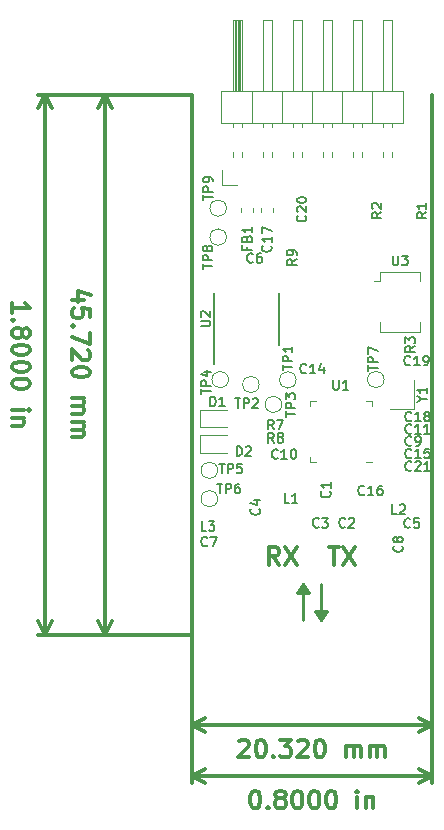
<source format=gbr>
G04 #@! TF.GenerationSoftware,KiCad,Pcbnew,5.1.5-52549c5~84~ubuntu18.04.1*
G04 #@! TF.CreationDate,2020-01-04T20:43:16+00:00*
G04 #@! TF.ProjectId,SX1257_pmod,53583132-3537-45f7-906d-6f642e6b6963,rev?*
G04 #@! TF.SameCoordinates,Original*
G04 #@! TF.FileFunction,Legend,Top*
G04 #@! TF.FilePolarity,Positive*
%FSLAX46Y46*%
G04 Gerber Fmt 4.6, Leading zero omitted, Abs format (unit mm)*
G04 Created by KiCad (PCBNEW 5.1.5-52549c5~84~ubuntu18.04.1) date 2020-01-04 20:43:16*
%MOMM*%
%LPD*%
G04 APERTURE LIST*
%ADD10C,0.254000*%
%ADD11C,0.300000*%
%ADD12C,0.120000*%
%ADD13C,0.150000*%
G04 APERTURE END LIST*
D10*
X125222000Y-67310000D02*
X125730000Y-66548000D01*
X125222000Y-67310000D02*
X125222000Y-64262000D01*
X124968000Y-66548000D02*
X125222000Y-67310000D01*
X124714000Y-66548000D02*
X125222000Y-67310000D01*
X125730000Y-66548000D02*
X124714000Y-66548000D01*
X125222000Y-67310000D02*
X125476000Y-66548000D01*
X125476000Y-66548000D02*
X124968000Y-66548000D01*
X123952000Y-65024000D02*
X123698000Y-64262000D01*
X123444000Y-65024000D02*
X123952000Y-65024000D01*
X123698000Y-64262000D02*
X123444000Y-65024000D01*
X124206000Y-65024000D02*
X123698000Y-64262000D01*
X123190000Y-65024000D02*
X124206000Y-65024000D01*
X123698000Y-64262000D02*
X123190000Y-65024000D01*
X123698000Y-64262000D02*
X123698000Y-67310000D01*
D11*
X121670000Y-62654571D02*
X121170000Y-61940285D01*
X120812857Y-62654571D02*
X120812857Y-61154571D01*
X121384285Y-61154571D01*
X121527142Y-61226000D01*
X121598571Y-61297428D01*
X121670000Y-61440285D01*
X121670000Y-61654571D01*
X121598571Y-61797428D01*
X121527142Y-61868857D01*
X121384285Y-61940285D01*
X120812857Y-61940285D01*
X122170000Y-61154571D02*
X123170000Y-62654571D01*
X123170000Y-61154571D02*
X122170000Y-62654571D01*
X125857142Y-61154571D02*
X126714285Y-61154571D01*
X126285714Y-62654571D02*
X126285714Y-61154571D01*
X127071428Y-61154571D02*
X128071428Y-62654571D01*
X128071428Y-61154571D02*
X127071428Y-62654571D01*
X118245714Y-77621428D02*
X118317142Y-77550000D01*
X118460000Y-77478571D01*
X118817142Y-77478571D01*
X118960000Y-77550000D01*
X119031428Y-77621428D01*
X119102857Y-77764285D01*
X119102857Y-77907142D01*
X119031428Y-78121428D01*
X118174285Y-78978571D01*
X119102857Y-78978571D01*
X120031428Y-77478571D02*
X120174285Y-77478571D01*
X120317142Y-77550000D01*
X120388571Y-77621428D01*
X120460000Y-77764285D01*
X120531428Y-78050000D01*
X120531428Y-78407142D01*
X120460000Y-78692857D01*
X120388571Y-78835714D01*
X120317142Y-78907142D01*
X120174285Y-78978571D01*
X120031428Y-78978571D01*
X119888571Y-78907142D01*
X119817142Y-78835714D01*
X119745714Y-78692857D01*
X119674285Y-78407142D01*
X119674285Y-78050000D01*
X119745714Y-77764285D01*
X119817142Y-77621428D01*
X119888571Y-77550000D01*
X120031428Y-77478571D01*
X121174285Y-78835714D02*
X121245714Y-78907142D01*
X121174285Y-78978571D01*
X121102857Y-78907142D01*
X121174285Y-78835714D01*
X121174285Y-78978571D01*
X121745714Y-77478571D02*
X122674285Y-77478571D01*
X122174285Y-78050000D01*
X122388571Y-78050000D01*
X122531428Y-78121428D01*
X122602857Y-78192857D01*
X122674285Y-78335714D01*
X122674285Y-78692857D01*
X122602857Y-78835714D01*
X122531428Y-78907142D01*
X122388571Y-78978571D01*
X121960000Y-78978571D01*
X121817142Y-78907142D01*
X121745714Y-78835714D01*
X123245714Y-77621428D02*
X123317142Y-77550000D01*
X123460000Y-77478571D01*
X123817142Y-77478571D01*
X123960000Y-77550000D01*
X124031428Y-77621428D01*
X124102857Y-77764285D01*
X124102857Y-77907142D01*
X124031428Y-78121428D01*
X123174285Y-78978571D01*
X124102857Y-78978571D01*
X125031428Y-77478571D02*
X125174285Y-77478571D01*
X125317142Y-77550000D01*
X125388571Y-77621428D01*
X125460000Y-77764285D01*
X125531428Y-78050000D01*
X125531428Y-78407142D01*
X125460000Y-78692857D01*
X125388571Y-78835714D01*
X125317142Y-78907142D01*
X125174285Y-78978571D01*
X125031428Y-78978571D01*
X124888571Y-78907142D01*
X124817142Y-78835714D01*
X124745714Y-78692857D01*
X124674285Y-78407142D01*
X124674285Y-78050000D01*
X124745714Y-77764285D01*
X124817142Y-77621428D01*
X124888571Y-77550000D01*
X125031428Y-77478571D01*
X127317142Y-78978571D02*
X127317142Y-77978571D01*
X127317142Y-78121428D02*
X127388571Y-78050000D01*
X127531428Y-77978571D01*
X127745714Y-77978571D01*
X127888571Y-78050000D01*
X127960000Y-78192857D01*
X127960000Y-78978571D01*
X127960000Y-78192857D02*
X128031428Y-78050000D01*
X128174285Y-77978571D01*
X128388571Y-77978571D01*
X128531428Y-78050000D01*
X128602857Y-78192857D01*
X128602857Y-78978571D01*
X129317142Y-78978571D02*
X129317142Y-77978571D01*
X129317142Y-78121428D02*
X129388571Y-78050000D01*
X129531428Y-77978571D01*
X129745714Y-77978571D01*
X129888571Y-78050000D01*
X129960000Y-78192857D01*
X129960000Y-78978571D01*
X129960000Y-78192857D02*
X130031428Y-78050000D01*
X130174285Y-77978571D01*
X130388571Y-77978571D01*
X130531428Y-78050000D01*
X130602857Y-78192857D01*
X130602857Y-78978571D01*
X114300000Y-76200000D02*
X134620000Y-76200000D01*
X114300000Y-22860000D02*
X114300000Y-76786421D01*
X134620000Y-22860000D02*
X134620000Y-76786421D01*
X134620000Y-76200000D02*
X133493496Y-76786421D01*
X134620000Y-76200000D02*
X133493496Y-75613579D01*
X114300000Y-76200000D02*
X115426504Y-76786421D01*
X114300000Y-76200000D02*
X115426504Y-75613579D01*
X119567142Y-81796571D02*
X119710000Y-81796571D01*
X119852857Y-81868000D01*
X119924285Y-81939428D01*
X119995714Y-82082285D01*
X120067142Y-82368000D01*
X120067142Y-82725142D01*
X119995714Y-83010857D01*
X119924285Y-83153714D01*
X119852857Y-83225142D01*
X119710000Y-83296571D01*
X119567142Y-83296571D01*
X119424285Y-83225142D01*
X119352857Y-83153714D01*
X119281428Y-83010857D01*
X119210000Y-82725142D01*
X119210000Y-82368000D01*
X119281428Y-82082285D01*
X119352857Y-81939428D01*
X119424285Y-81868000D01*
X119567142Y-81796571D01*
X120710000Y-83153714D02*
X120781428Y-83225142D01*
X120710000Y-83296571D01*
X120638571Y-83225142D01*
X120710000Y-83153714D01*
X120710000Y-83296571D01*
X121638571Y-82439428D02*
X121495714Y-82368000D01*
X121424285Y-82296571D01*
X121352857Y-82153714D01*
X121352857Y-82082285D01*
X121424285Y-81939428D01*
X121495714Y-81868000D01*
X121638571Y-81796571D01*
X121924285Y-81796571D01*
X122067142Y-81868000D01*
X122138571Y-81939428D01*
X122210000Y-82082285D01*
X122210000Y-82153714D01*
X122138571Y-82296571D01*
X122067142Y-82368000D01*
X121924285Y-82439428D01*
X121638571Y-82439428D01*
X121495714Y-82510857D01*
X121424285Y-82582285D01*
X121352857Y-82725142D01*
X121352857Y-83010857D01*
X121424285Y-83153714D01*
X121495714Y-83225142D01*
X121638571Y-83296571D01*
X121924285Y-83296571D01*
X122067142Y-83225142D01*
X122138571Y-83153714D01*
X122210000Y-83010857D01*
X122210000Y-82725142D01*
X122138571Y-82582285D01*
X122067142Y-82510857D01*
X121924285Y-82439428D01*
X123138571Y-81796571D02*
X123281428Y-81796571D01*
X123424285Y-81868000D01*
X123495714Y-81939428D01*
X123567142Y-82082285D01*
X123638571Y-82368000D01*
X123638571Y-82725142D01*
X123567142Y-83010857D01*
X123495714Y-83153714D01*
X123424285Y-83225142D01*
X123281428Y-83296571D01*
X123138571Y-83296571D01*
X122995714Y-83225142D01*
X122924285Y-83153714D01*
X122852857Y-83010857D01*
X122781428Y-82725142D01*
X122781428Y-82368000D01*
X122852857Y-82082285D01*
X122924285Y-81939428D01*
X122995714Y-81868000D01*
X123138571Y-81796571D01*
X124567142Y-81796571D02*
X124710000Y-81796571D01*
X124852857Y-81868000D01*
X124924285Y-81939428D01*
X124995714Y-82082285D01*
X125067142Y-82368000D01*
X125067142Y-82725142D01*
X124995714Y-83010857D01*
X124924285Y-83153714D01*
X124852857Y-83225142D01*
X124710000Y-83296571D01*
X124567142Y-83296571D01*
X124424285Y-83225142D01*
X124352857Y-83153714D01*
X124281428Y-83010857D01*
X124210000Y-82725142D01*
X124210000Y-82368000D01*
X124281428Y-82082285D01*
X124352857Y-81939428D01*
X124424285Y-81868000D01*
X124567142Y-81796571D01*
X125995714Y-81796571D02*
X126138571Y-81796571D01*
X126281428Y-81868000D01*
X126352857Y-81939428D01*
X126424285Y-82082285D01*
X126495714Y-82368000D01*
X126495714Y-82725142D01*
X126424285Y-83010857D01*
X126352857Y-83153714D01*
X126281428Y-83225142D01*
X126138571Y-83296571D01*
X125995714Y-83296571D01*
X125852857Y-83225142D01*
X125781428Y-83153714D01*
X125710000Y-83010857D01*
X125638571Y-82725142D01*
X125638571Y-82368000D01*
X125710000Y-82082285D01*
X125781428Y-81939428D01*
X125852857Y-81868000D01*
X125995714Y-81796571D01*
X128281428Y-83296571D02*
X128281428Y-82296571D01*
X128281428Y-81796571D02*
X128210000Y-81868000D01*
X128281428Y-81939428D01*
X128352857Y-81868000D01*
X128281428Y-81796571D01*
X128281428Y-81939428D01*
X128995714Y-82296571D02*
X128995714Y-83296571D01*
X128995714Y-82439428D02*
X129067142Y-82368000D01*
X129210000Y-82296571D01*
X129424285Y-82296571D01*
X129567142Y-82368000D01*
X129638571Y-82510857D01*
X129638571Y-83296571D01*
X114300000Y-80518000D02*
X134620000Y-80518000D01*
X114300000Y-22860000D02*
X114300000Y-81104421D01*
X134620000Y-22860000D02*
X134620000Y-81104421D01*
X134620000Y-80518000D02*
X133493496Y-81104421D01*
X134620000Y-80518000D02*
X133493496Y-79931579D01*
X114300000Y-80518000D02*
X115426504Y-81104421D01*
X114300000Y-80518000D02*
X115426504Y-79931579D01*
X105155428Y-40220000D02*
X104155428Y-40220000D01*
X105726857Y-39862857D02*
X104655428Y-39505714D01*
X104655428Y-40434285D01*
X105655428Y-41720000D02*
X105655428Y-41005714D01*
X104941142Y-40934285D01*
X105012571Y-41005714D01*
X105084000Y-41148571D01*
X105084000Y-41505714D01*
X105012571Y-41648571D01*
X104941142Y-41720000D01*
X104798285Y-41791428D01*
X104441142Y-41791428D01*
X104298285Y-41720000D01*
X104226857Y-41648571D01*
X104155428Y-41505714D01*
X104155428Y-41148571D01*
X104226857Y-41005714D01*
X104298285Y-40934285D01*
X104298285Y-42434285D02*
X104226857Y-42505714D01*
X104155428Y-42434285D01*
X104226857Y-42362857D01*
X104298285Y-42434285D01*
X104155428Y-42434285D01*
X105655428Y-43005714D02*
X105655428Y-44005714D01*
X104155428Y-43362857D01*
X105512571Y-44505714D02*
X105584000Y-44577142D01*
X105655428Y-44720000D01*
X105655428Y-45077142D01*
X105584000Y-45220000D01*
X105512571Y-45291428D01*
X105369714Y-45362857D01*
X105226857Y-45362857D01*
X105012571Y-45291428D01*
X104155428Y-44434285D01*
X104155428Y-45362857D01*
X105655428Y-46291428D02*
X105655428Y-46434285D01*
X105584000Y-46577142D01*
X105512571Y-46648571D01*
X105369714Y-46720000D01*
X105084000Y-46791428D01*
X104726857Y-46791428D01*
X104441142Y-46720000D01*
X104298285Y-46648571D01*
X104226857Y-46577142D01*
X104155428Y-46434285D01*
X104155428Y-46291428D01*
X104226857Y-46148571D01*
X104298285Y-46077142D01*
X104441142Y-46005714D01*
X104726857Y-45934285D01*
X105084000Y-45934285D01*
X105369714Y-46005714D01*
X105512571Y-46077142D01*
X105584000Y-46148571D01*
X105655428Y-46291428D01*
X104155428Y-48577142D02*
X105155428Y-48577142D01*
X105012571Y-48577142D02*
X105084000Y-48648571D01*
X105155428Y-48791428D01*
X105155428Y-49005714D01*
X105084000Y-49148571D01*
X104941142Y-49220000D01*
X104155428Y-49220000D01*
X104941142Y-49220000D02*
X105084000Y-49291428D01*
X105155428Y-49434285D01*
X105155428Y-49648571D01*
X105084000Y-49791428D01*
X104941142Y-49862857D01*
X104155428Y-49862857D01*
X104155428Y-50577142D02*
X105155428Y-50577142D01*
X105012571Y-50577142D02*
X105084000Y-50648571D01*
X105155428Y-50791428D01*
X105155428Y-51005714D01*
X105084000Y-51148571D01*
X104941142Y-51220000D01*
X104155428Y-51220000D01*
X104941142Y-51220000D02*
X105084000Y-51291428D01*
X105155428Y-51434285D01*
X105155428Y-51648571D01*
X105084000Y-51791428D01*
X104941142Y-51862857D01*
X104155428Y-51862857D01*
X106934000Y-22860000D02*
X106934000Y-68580000D01*
X114300000Y-22860000D02*
X106347579Y-22860000D01*
X114300000Y-68580000D02*
X106347579Y-68580000D01*
X106934000Y-68580000D02*
X106347579Y-67453496D01*
X106934000Y-68580000D02*
X107520421Y-67453496D01*
X106934000Y-22860000D02*
X106347579Y-23986504D01*
X106934000Y-22860000D02*
X107520421Y-23986504D01*
X99075428Y-41327142D02*
X99075428Y-40470000D01*
X99075428Y-40898571D02*
X100575428Y-40898571D01*
X100361142Y-40755714D01*
X100218285Y-40612857D01*
X100146857Y-40470000D01*
X99218285Y-41970000D02*
X99146857Y-42041428D01*
X99075428Y-41970000D01*
X99146857Y-41898571D01*
X99218285Y-41970000D01*
X99075428Y-41970000D01*
X99932571Y-42898571D02*
X100004000Y-42755714D01*
X100075428Y-42684285D01*
X100218285Y-42612857D01*
X100289714Y-42612857D01*
X100432571Y-42684285D01*
X100504000Y-42755714D01*
X100575428Y-42898571D01*
X100575428Y-43184285D01*
X100504000Y-43327142D01*
X100432571Y-43398571D01*
X100289714Y-43470000D01*
X100218285Y-43470000D01*
X100075428Y-43398571D01*
X100004000Y-43327142D01*
X99932571Y-43184285D01*
X99932571Y-42898571D01*
X99861142Y-42755714D01*
X99789714Y-42684285D01*
X99646857Y-42612857D01*
X99361142Y-42612857D01*
X99218285Y-42684285D01*
X99146857Y-42755714D01*
X99075428Y-42898571D01*
X99075428Y-43184285D01*
X99146857Y-43327142D01*
X99218285Y-43398571D01*
X99361142Y-43470000D01*
X99646857Y-43470000D01*
X99789714Y-43398571D01*
X99861142Y-43327142D01*
X99932571Y-43184285D01*
X100575428Y-44398571D02*
X100575428Y-44541428D01*
X100504000Y-44684285D01*
X100432571Y-44755714D01*
X100289714Y-44827142D01*
X100004000Y-44898571D01*
X99646857Y-44898571D01*
X99361142Y-44827142D01*
X99218285Y-44755714D01*
X99146857Y-44684285D01*
X99075428Y-44541428D01*
X99075428Y-44398571D01*
X99146857Y-44255714D01*
X99218285Y-44184285D01*
X99361142Y-44112857D01*
X99646857Y-44041428D01*
X100004000Y-44041428D01*
X100289714Y-44112857D01*
X100432571Y-44184285D01*
X100504000Y-44255714D01*
X100575428Y-44398571D01*
X100575428Y-45827142D02*
X100575428Y-45970000D01*
X100504000Y-46112857D01*
X100432571Y-46184285D01*
X100289714Y-46255714D01*
X100004000Y-46327142D01*
X99646857Y-46327142D01*
X99361142Y-46255714D01*
X99218285Y-46184285D01*
X99146857Y-46112857D01*
X99075428Y-45970000D01*
X99075428Y-45827142D01*
X99146857Y-45684285D01*
X99218285Y-45612857D01*
X99361142Y-45541428D01*
X99646857Y-45470000D01*
X100004000Y-45470000D01*
X100289714Y-45541428D01*
X100432571Y-45612857D01*
X100504000Y-45684285D01*
X100575428Y-45827142D01*
X100575428Y-47255714D02*
X100575428Y-47398571D01*
X100504000Y-47541428D01*
X100432571Y-47612857D01*
X100289714Y-47684285D01*
X100004000Y-47755714D01*
X99646857Y-47755714D01*
X99361142Y-47684285D01*
X99218285Y-47612857D01*
X99146857Y-47541428D01*
X99075428Y-47398571D01*
X99075428Y-47255714D01*
X99146857Y-47112857D01*
X99218285Y-47041428D01*
X99361142Y-46970000D01*
X99646857Y-46898571D01*
X100004000Y-46898571D01*
X100289714Y-46970000D01*
X100432571Y-47041428D01*
X100504000Y-47112857D01*
X100575428Y-47255714D01*
X99075428Y-49541428D02*
X100075428Y-49541428D01*
X100575428Y-49541428D02*
X100504000Y-49470000D01*
X100432571Y-49541428D01*
X100504000Y-49612857D01*
X100575428Y-49541428D01*
X100432571Y-49541428D01*
X100075428Y-50255714D02*
X99075428Y-50255714D01*
X99932571Y-50255714D02*
X100004000Y-50327142D01*
X100075428Y-50470000D01*
X100075428Y-50684285D01*
X100004000Y-50827142D01*
X99861142Y-50898571D01*
X99075428Y-50898571D01*
X101854000Y-22860000D02*
X101854000Y-68580000D01*
X114300000Y-22860000D02*
X101267579Y-22860000D01*
X114300000Y-68580000D02*
X101267579Y-68580000D01*
X101854000Y-68580000D02*
X101267579Y-67453496D01*
X101854000Y-68580000D02*
X102440421Y-67453496D01*
X101854000Y-22860000D02*
X101267579Y-23986504D01*
X101854000Y-22860000D02*
X102440421Y-23986504D01*
D12*
X133560000Y-37840000D02*
X133560000Y-38670000D01*
X130240000Y-37840000D02*
X133560000Y-37840000D01*
X130240000Y-38670000D02*
X130240000Y-37840000D01*
X129690000Y-38670000D02*
X130240000Y-38670000D01*
X130240000Y-42960000D02*
X130240000Y-42130000D01*
X133560000Y-42960000D02*
X130240000Y-42960000D01*
X133560000Y-42130000D02*
X133560000Y-42960000D01*
X114947500Y-53185000D02*
X117232500Y-53185000D01*
X114947500Y-51715000D02*
X114947500Y-53185000D01*
X117232500Y-51715000D02*
X114947500Y-51715000D01*
X117230000Y-49535000D02*
X114945000Y-49535000D01*
X114945000Y-49535000D02*
X114945000Y-51005000D01*
X114945000Y-51005000D02*
X117230000Y-51005000D01*
X131055000Y-49450000D02*
X133055000Y-49450000D01*
X133055000Y-49450000D02*
X133055000Y-47050000D01*
X117200000Y-32470000D02*
G75*
G03X117200000Y-32470000I-700000J0D01*
G01*
X117200000Y-34925000D02*
G75*
G03X117200000Y-34925000I-700000J0D01*
G01*
X120140000Y-32762779D02*
X120140000Y-32437221D01*
X121160000Y-32762779D02*
X121160000Y-32437221D01*
X116840000Y-30480000D02*
X116840000Y-29210000D01*
X118110000Y-30480000D02*
X116840000Y-30480000D01*
X131190000Y-28167071D02*
X131190000Y-27712929D01*
X130430000Y-28167071D02*
X130430000Y-27712929D01*
X131190000Y-25627071D02*
X131190000Y-25230000D01*
X130430000Y-25627071D02*
X130430000Y-25230000D01*
X131190000Y-16570000D02*
X131190000Y-22570000D01*
X130430000Y-16570000D02*
X131190000Y-16570000D01*
X130430000Y-22570000D02*
X130430000Y-16570000D01*
X129540000Y-25230000D02*
X129540000Y-22570000D01*
X128650000Y-28167071D02*
X128650000Y-27712929D01*
X127890000Y-28167071D02*
X127890000Y-27712929D01*
X128650000Y-25627071D02*
X128650000Y-25230000D01*
X127890000Y-25627071D02*
X127890000Y-25230000D01*
X128650000Y-16570000D02*
X128650000Y-22570000D01*
X127890000Y-16570000D02*
X128650000Y-16570000D01*
X127890000Y-22570000D02*
X127890000Y-16570000D01*
X127000000Y-25230000D02*
X127000000Y-22570000D01*
X126110000Y-28167071D02*
X126110000Y-27712929D01*
X125350000Y-28167071D02*
X125350000Y-27712929D01*
X126110000Y-25627071D02*
X126110000Y-25230000D01*
X125350000Y-25627071D02*
X125350000Y-25230000D01*
X126110000Y-16570000D02*
X126110000Y-22570000D01*
X125350000Y-16570000D02*
X126110000Y-16570000D01*
X125350000Y-22570000D02*
X125350000Y-16570000D01*
X124460000Y-25230000D02*
X124460000Y-22570000D01*
X123570000Y-28167071D02*
X123570000Y-27712929D01*
X122810000Y-28167071D02*
X122810000Y-27712929D01*
X123570000Y-25627071D02*
X123570000Y-25230000D01*
X122810000Y-25627071D02*
X122810000Y-25230000D01*
X123570000Y-16570000D02*
X123570000Y-22570000D01*
X122810000Y-16570000D02*
X123570000Y-16570000D01*
X122810000Y-22570000D02*
X122810000Y-16570000D01*
X121920000Y-25230000D02*
X121920000Y-22570000D01*
X121030000Y-28167071D02*
X121030000Y-27712929D01*
X120270000Y-28167071D02*
X120270000Y-27712929D01*
X121030000Y-25627071D02*
X121030000Y-25230000D01*
X120270000Y-25627071D02*
X120270000Y-25230000D01*
X121030000Y-16570000D02*
X121030000Y-22570000D01*
X120270000Y-16570000D02*
X121030000Y-16570000D01*
X120270000Y-22570000D02*
X120270000Y-16570000D01*
X119380000Y-25230000D02*
X119380000Y-22570000D01*
X118490000Y-28100000D02*
X118490000Y-27712929D01*
X117730000Y-28100000D02*
X117730000Y-27712929D01*
X118490000Y-25627071D02*
X118490000Y-25230000D01*
X117730000Y-25627071D02*
X117730000Y-25230000D01*
X118390000Y-22570000D02*
X118390000Y-16570000D01*
X118270000Y-22570000D02*
X118270000Y-16570000D01*
X118150000Y-22570000D02*
X118150000Y-16570000D01*
X118030000Y-22570000D02*
X118030000Y-16570000D01*
X117910000Y-22570000D02*
X117910000Y-16570000D01*
X117790000Y-22570000D02*
X117790000Y-16570000D01*
X118490000Y-16570000D02*
X118490000Y-22570000D01*
X117730000Y-16570000D02*
X118490000Y-16570000D01*
X117730000Y-22570000D02*
X117730000Y-16570000D01*
X116780000Y-22570000D02*
X116780000Y-25230000D01*
X132140000Y-22570000D02*
X116780000Y-22570000D01*
X132140000Y-25230000D02*
X132140000Y-22570000D01*
X116780000Y-25230000D02*
X132140000Y-25230000D01*
X118465000Y-32762779D02*
X118465000Y-32437221D01*
X119485000Y-32762779D02*
X119485000Y-32437221D01*
X129025000Y-53995000D02*
X129500000Y-53995000D01*
X124280000Y-48775000D02*
X124280000Y-49250000D01*
X124755000Y-48775000D02*
X124280000Y-48775000D01*
X129500000Y-48775000D02*
X129500000Y-49250000D01*
X129025000Y-48775000D02*
X129500000Y-48775000D01*
X124280000Y-53995000D02*
X124280000Y-53520000D01*
X124755000Y-53995000D02*
X124280000Y-53995000D01*
D13*
X121655000Y-44050000D02*
X121655000Y-39650000D01*
X116130000Y-45625000D02*
X116130000Y-39650000D01*
D12*
X130550000Y-46980000D02*
G75*
G03X130550000Y-46980000I-700000J0D01*
G01*
X119970000Y-47400000D02*
G75*
G03X119970000Y-47400000I-700000J0D01*
G01*
X121880000Y-49090000D02*
G75*
G03X121880000Y-49090000I-700000J0D01*
G01*
X117370000Y-46990000D02*
G75*
G03X117370000Y-46990000I-700000J0D01*
G01*
X116450000Y-54670000D02*
G75*
G03X116450000Y-54670000I-700000J0D01*
G01*
X116450000Y-57070000D02*
G75*
G03X116450000Y-57070000I-700000J0D01*
G01*
X123100000Y-47010000D02*
G75*
G03X123100000Y-47010000I-700000J0D01*
G01*
D13*
X131280723Y-36479895D02*
X131280723Y-37137876D01*
X131319428Y-37215285D01*
X131358133Y-37253990D01*
X131435542Y-37292695D01*
X131590361Y-37292695D01*
X131667771Y-37253990D01*
X131706476Y-37215285D01*
X131745180Y-37137876D01*
X131745180Y-36479895D01*
X132054819Y-36479895D02*
X132557980Y-36479895D01*
X132287047Y-36789533D01*
X132403161Y-36789533D01*
X132480571Y-36828238D01*
X132519276Y-36866942D01*
X132557980Y-36944352D01*
X132557980Y-37137876D01*
X132519276Y-37215285D01*
X132480571Y-37253990D01*
X132403161Y-37292695D01*
X132170933Y-37292695D01*
X132093523Y-37253990D01*
X132054819Y-37215285D01*
X123137695Y-36785466D02*
X122750647Y-37056400D01*
X123137695Y-37249923D02*
X122324895Y-37249923D01*
X122324895Y-36940285D01*
X122363600Y-36862876D01*
X122402304Y-36824171D01*
X122479714Y-36785466D01*
X122595828Y-36785466D01*
X122673238Y-36824171D01*
X122711942Y-36862876D01*
X122750647Y-36940285D01*
X122750647Y-37249923D01*
X123137695Y-36398419D02*
X123137695Y-36243600D01*
X123098990Y-36166190D01*
X123060285Y-36127485D01*
X122944171Y-36050076D01*
X122789352Y-36011371D01*
X122479714Y-36011371D01*
X122402304Y-36050076D01*
X122363600Y-36088780D01*
X122324895Y-36166190D01*
X122324895Y-36321009D01*
X122363600Y-36398419D01*
X122402304Y-36437123D01*
X122479714Y-36475828D01*
X122673238Y-36475828D01*
X122750647Y-36437123D01*
X122789352Y-36398419D01*
X122828057Y-36321009D01*
X122828057Y-36166190D01*
X122789352Y-36088780D01*
X122750647Y-36050076D01*
X122673238Y-36011371D01*
X121214533Y-52317695D02*
X120943600Y-51930647D01*
X120750076Y-52317695D02*
X120750076Y-51504895D01*
X121059714Y-51504895D01*
X121137123Y-51543600D01*
X121175828Y-51582304D01*
X121214533Y-51659714D01*
X121214533Y-51775828D01*
X121175828Y-51853238D01*
X121137123Y-51891942D01*
X121059714Y-51930647D01*
X120750076Y-51930647D01*
X121678990Y-51853238D02*
X121601580Y-51814533D01*
X121562876Y-51775828D01*
X121524171Y-51698419D01*
X121524171Y-51659714D01*
X121562876Y-51582304D01*
X121601580Y-51543600D01*
X121678990Y-51504895D01*
X121833809Y-51504895D01*
X121911219Y-51543600D01*
X121949923Y-51582304D01*
X121988628Y-51659714D01*
X121988628Y-51698419D01*
X121949923Y-51775828D01*
X121911219Y-51814533D01*
X121833809Y-51853238D01*
X121678990Y-51853238D01*
X121601580Y-51891942D01*
X121562876Y-51930647D01*
X121524171Y-52008057D01*
X121524171Y-52162876D01*
X121562876Y-52240285D01*
X121601580Y-52278990D01*
X121678990Y-52317695D01*
X121833809Y-52317695D01*
X121911219Y-52278990D01*
X121949923Y-52240285D01*
X121988628Y-52162876D01*
X121988628Y-52008057D01*
X121949923Y-51930647D01*
X121911219Y-51891942D01*
X121833809Y-51853238D01*
X121214533Y-51192695D02*
X120943600Y-50805647D01*
X120750076Y-51192695D02*
X120750076Y-50379895D01*
X121059714Y-50379895D01*
X121137123Y-50418600D01*
X121175828Y-50457304D01*
X121214533Y-50534714D01*
X121214533Y-50650828D01*
X121175828Y-50728238D01*
X121137123Y-50766942D01*
X121059714Y-50805647D01*
X120750076Y-50805647D01*
X121485466Y-50379895D02*
X122027333Y-50379895D01*
X121678990Y-51192695D01*
X130317695Y-32810466D02*
X129930647Y-33081400D01*
X130317695Y-33274923D02*
X129504895Y-33274923D01*
X129504895Y-32965285D01*
X129543600Y-32887876D01*
X129582304Y-32849171D01*
X129659714Y-32810466D01*
X129775828Y-32810466D01*
X129853238Y-32849171D01*
X129891942Y-32887876D01*
X129930647Y-32965285D01*
X129930647Y-33274923D01*
X129582304Y-32500828D02*
X129543600Y-32462123D01*
X129504895Y-32384714D01*
X129504895Y-32191190D01*
X129543600Y-32113780D01*
X129582304Y-32075076D01*
X129659714Y-32036371D01*
X129737123Y-32036371D01*
X129853238Y-32075076D01*
X130317695Y-32539533D01*
X130317695Y-32036371D01*
X134112695Y-32810466D02*
X133725647Y-33081400D01*
X134112695Y-33274923D02*
X133299895Y-33274923D01*
X133299895Y-32965285D01*
X133338600Y-32887876D01*
X133377304Y-32849171D01*
X133454714Y-32810466D01*
X133570828Y-32810466D01*
X133648238Y-32849171D01*
X133686942Y-32887876D01*
X133725647Y-32965285D01*
X133725647Y-33274923D01*
X134112695Y-32036371D02*
X134112695Y-32500828D01*
X134112695Y-32268600D02*
X133299895Y-32268600D01*
X133416009Y-32346009D01*
X133493419Y-32423419D01*
X133532123Y-32500828D01*
X133167695Y-44160466D02*
X132780647Y-44431400D01*
X133167695Y-44624923D02*
X132354895Y-44624923D01*
X132354895Y-44315285D01*
X132393600Y-44237876D01*
X132432304Y-44199171D01*
X132509714Y-44160466D01*
X132625828Y-44160466D01*
X132703238Y-44199171D01*
X132741942Y-44237876D01*
X132780647Y-44315285D01*
X132780647Y-44624923D01*
X132354895Y-43889533D02*
X132354895Y-43386371D01*
X132664533Y-43657304D01*
X132664533Y-43541190D01*
X132703238Y-43463780D01*
X132741942Y-43425076D01*
X132819352Y-43386371D01*
X133012876Y-43386371D01*
X133090285Y-43425076D01*
X133128990Y-43463780D01*
X133167695Y-43541190D01*
X133167695Y-43773419D01*
X133128990Y-43850828D01*
X133090285Y-43889533D01*
X123952485Y-46390285D02*
X123913780Y-46428990D01*
X123797666Y-46467695D01*
X123720257Y-46467695D01*
X123604142Y-46428990D01*
X123526733Y-46351580D01*
X123488028Y-46274171D01*
X123449323Y-46119352D01*
X123449323Y-46003238D01*
X123488028Y-45848419D01*
X123526733Y-45771009D01*
X123604142Y-45693600D01*
X123720257Y-45654895D01*
X123797666Y-45654895D01*
X123913780Y-45693600D01*
X123952485Y-45732304D01*
X124726580Y-46467695D02*
X124262123Y-46467695D01*
X124494352Y-46467695D02*
X124494352Y-45654895D01*
X124416942Y-45771009D01*
X124339533Y-45848419D01*
X124262123Y-45887123D01*
X125423266Y-45925828D02*
X125423266Y-46467695D01*
X125229742Y-45616190D02*
X125036219Y-46196761D01*
X125539380Y-46196761D01*
X118075076Y-53442695D02*
X118075076Y-52629895D01*
X118268600Y-52629895D01*
X118384714Y-52668600D01*
X118462123Y-52746009D01*
X118500828Y-52823419D01*
X118539533Y-52978238D01*
X118539533Y-53094352D01*
X118500828Y-53249171D01*
X118462123Y-53326580D01*
X118384714Y-53403990D01*
X118268600Y-53442695D01*
X118075076Y-53442695D01*
X118849171Y-52707304D02*
X118887876Y-52668600D01*
X118965285Y-52629895D01*
X119158809Y-52629895D01*
X119236219Y-52668600D01*
X119274923Y-52707304D01*
X119313628Y-52784714D01*
X119313628Y-52862123D01*
X119274923Y-52978238D01*
X118810466Y-53442695D01*
X119313628Y-53442695D01*
X115825076Y-49242695D02*
X115825076Y-48429895D01*
X116018600Y-48429895D01*
X116134714Y-48468600D01*
X116212123Y-48546009D01*
X116250828Y-48623419D01*
X116289533Y-48778238D01*
X116289533Y-48894352D01*
X116250828Y-49049171D01*
X116212123Y-49126580D01*
X116134714Y-49203990D01*
X116018600Y-49242695D01*
X115825076Y-49242695D01*
X117063628Y-49242695D02*
X116599171Y-49242695D01*
X116831400Y-49242695D02*
X116831400Y-48429895D01*
X116753990Y-48546009D01*
X116676580Y-48623419D01*
X116599171Y-48662123D01*
X119439533Y-37015285D02*
X119400828Y-37053990D01*
X119284714Y-37092695D01*
X119207304Y-37092695D01*
X119091190Y-37053990D01*
X119013780Y-36976580D01*
X118975076Y-36899171D01*
X118936371Y-36744352D01*
X118936371Y-36628238D01*
X118975076Y-36473419D01*
X119013780Y-36396009D01*
X119091190Y-36318600D01*
X119207304Y-36279895D01*
X119284714Y-36279895D01*
X119400828Y-36318600D01*
X119439533Y-36357304D01*
X120136219Y-36279895D02*
X119981400Y-36279895D01*
X119903990Y-36318600D01*
X119865285Y-36357304D01*
X119787876Y-36473419D01*
X119749171Y-36628238D01*
X119749171Y-36937876D01*
X119787876Y-37015285D01*
X119826580Y-37053990D01*
X119903990Y-37092695D01*
X120058809Y-37092695D01*
X120136219Y-37053990D01*
X120174923Y-37015285D01*
X120213628Y-36937876D01*
X120213628Y-36744352D01*
X120174923Y-36666942D01*
X120136219Y-36628238D01*
X120058809Y-36589533D01*
X119903990Y-36589533D01*
X119826580Y-36628238D01*
X119787876Y-36666942D01*
X119749171Y-36744352D01*
X132860480Y-54640285D02*
X132821776Y-54678990D01*
X132705661Y-54717695D01*
X132628252Y-54717695D01*
X132512138Y-54678990D01*
X132434728Y-54601580D01*
X132396023Y-54524171D01*
X132357319Y-54369352D01*
X132357319Y-54253238D01*
X132396023Y-54098419D01*
X132434728Y-54021009D01*
X132512138Y-53943600D01*
X132628252Y-53904895D01*
X132705661Y-53904895D01*
X132821776Y-53943600D01*
X132860480Y-53982304D01*
X133170119Y-53982304D02*
X133208823Y-53943600D01*
X133286233Y-53904895D01*
X133479757Y-53904895D01*
X133557166Y-53943600D01*
X133595871Y-53982304D01*
X133634576Y-54059714D01*
X133634576Y-54137123D01*
X133595871Y-54253238D01*
X133131414Y-54717695D01*
X133634576Y-54717695D01*
X134408671Y-54717695D02*
X133944214Y-54717695D01*
X134176442Y-54717695D02*
X134176442Y-53904895D01*
X134099033Y-54021009D01*
X134021623Y-54098419D01*
X133944214Y-54137123D01*
X115489533Y-59792695D02*
X115102485Y-59792695D01*
X115102485Y-58979895D01*
X115683057Y-58979895D02*
X116186219Y-58979895D01*
X115915285Y-59289533D01*
X116031400Y-59289533D01*
X116108809Y-59328238D01*
X116147514Y-59366942D01*
X116186219Y-59444352D01*
X116186219Y-59637876D01*
X116147514Y-59715285D01*
X116108809Y-59753990D01*
X116031400Y-59792695D01*
X115799171Y-59792695D01*
X115721761Y-59753990D01*
X115683057Y-59715285D01*
X131639533Y-58367695D02*
X131252485Y-58367695D01*
X131252485Y-57554895D01*
X131871761Y-57632304D02*
X131910466Y-57593600D01*
X131987876Y-57554895D01*
X132181400Y-57554895D01*
X132258809Y-57593600D01*
X132297514Y-57632304D01*
X132336219Y-57709714D01*
X132336219Y-57787123D01*
X132297514Y-57903238D01*
X131833057Y-58367695D01*
X132336219Y-58367695D01*
X122519533Y-57412695D02*
X122132485Y-57412695D01*
X122132485Y-56599895D01*
X123216219Y-57412695D02*
X122751761Y-57412695D01*
X122983990Y-57412695D02*
X122983990Y-56599895D01*
X122906580Y-56716009D01*
X122829171Y-56793419D01*
X122751761Y-56832123D01*
X123890285Y-33097514D02*
X123928990Y-33136219D01*
X123967695Y-33252333D01*
X123967695Y-33329742D01*
X123928990Y-33445857D01*
X123851580Y-33523266D01*
X123774171Y-33561971D01*
X123619352Y-33600676D01*
X123503238Y-33600676D01*
X123348419Y-33561971D01*
X123271009Y-33523266D01*
X123193600Y-33445857D01*
X123154895Y-33329742D01*
X123154895Y-33252333D01*
X123193600Y-33136219D01*
X123232304Y-33097514D01*
X123232304Y-32787876D02*
X123193600Y-32749171D01*
X123154895Y-32671761D01*
X123154895Y-32478238D01*
X123193600Y-32400828D01*
X123232304Y-32362123D01*
X123309714Y-32323419D01*
X123387123Y-32323419D01*
X123503238Y-32362123D01*
X123967695Y-32826580D01*
X123967695Y-32323419D01*
X123154895Y-31820257D02*
X123154895Y-31742847D01*
X123193600Y-31665438D01*
X123232304Y-31626733D01*
X123309714Y-31588028D01*
X123464533Y-31549323D01*
X123658057Y-31549323D01*
X123812876Y-31588028D01*
X123890285Y-31626733D01*
X123928990Y-31665438D01*
X123967695Y-31742847D01*
X123967695Y-31820257D01*
X123928990Y-31897666D01*
X123890285Y-31936371D01*
X123812876Y-31975076D01*
X123658057Y-32013780D01*
X123464533Y-32013780D01*
X123309714Y-31975076D01*
X123232304Y-31936371D01*
X123193600Y-31897666D01*
X123154895Y-31820257D01*
X128877485Y-56690285D02*
X128838780Y-56728990D01*
X128722666Y-56767695D01*
X128645257Y-56767695D01*
X128529142Y-56728990D01*
X128451733Y-56651580D01*
X128413028Y-56574171D01*
X128374323Y-56419352D01*
X128374323Y-56303238D01*
X128413028Y-56148419D01*
X128451733Y-56071009D01*
X128529142Y-55993600D01*
X128645257Y-55954895D01*
X128722666Y-55954895D01*
X128838780Y-55993600D01*
X128877485Y-56032304D01*
X129651580Y-56767695D02*
X129187123Y-56767695D01*
X129419352Y-56767695D02*
X129419352Y-55954895D01*
X129341942Y-56071009D01*
X129264533Y-56148419D01*
X129187123Y-56187123D01*
X130348266Y-55954895D02*
X130193447Y-55954895D01*
X130116038Y-55993600D01*
X130077333Y-56032304D01*
X129999923Y-56148419D01*
X129961219Y-56303238D01*
X129961219Y-56612876D01*
X129999923Y-56690285D01*
X130038628Y-56728990D01*
X130116038Y-56767695D01*
X130270857Y-56767695D01*
X130348266Y-56728990D01*
X130386971Y-56690285D01*
X130425676Y-56612876D01*
X130425676Y-56419352D01*
X130386971Y-56341942D01*
X130348266Y-56303238D01*
X130270857Y-56264533D01*
X130116038Y-56264533D01*
X130038628Y-56303238D01*
X129999923Y-56341942D01*
X129961219Y-56419352D01*
X132860480Y-53565285D02*
X132821776Y-53603990D01*
X132705661Y-53642695D01*
X132628252Y-53642695D01*
X132512138Y-53603990D01*
X132434728Y-53526580D01*
X132396023Y-53449171D01*
X132357319Y-53294352D01*
X132357319Y-53178238D01*
X132396023Y-53023419D01*
X132434728Y-52946009D01*
X132512138Y-52868600D01*
X132628252Y-52829895D01*
X132705661Y-52829895D01*
X132821776Y-52868600D01*
X132860480Y-52907304D01*
X133634576Y-53642695D02*
X133170119Y-53642695D01*
X133402347Y-53642695D02*
X133402347Y-52829895D01*
X133324938Y-52946009D01*
X133247528Y-53023419D01*
X133170119Y-53062123D01*
X134369966Y-52829895D02*
X133982919Y-52829895D01*
X133944214Y-53216942D01*
X133982919Y-53178238D01*
X134060328Y-53139533D01*
X134253852Y-53139533D01*
X134331261Y-53178238D01*
X134369966Y-53216942D01*
X134408671Y-53294352D01*
X134408671Y-53487876D01*
X134369966Y-53565285D01*
X134331261Y-53603990D01*
X134253852Y-53642695D01*
X134060328Y-53642695D01*
X133982919Y-53603990D01*
X133944214Y-53565285D01*
X132777485Y-45715285D02*
X132738780Y-45753990D01*
X132622666Y-45792695D01*
X132545257Y-45792695D01*
X132429142Y-45753990D01*
X132351733Y-45676580D01*
X132313028Y-45599171D01*
X132274323Y-45444352D01*
X132274323Y-45328238D01*
X132313028Y-45173419D01*
X132351733Y-45096009D01*
X132429142Y-45018600D01*
X132545257Y-44979895D01*
X132622666Y-44979895D01*
X132738780Y-45018600D01*
X132777485Y-45057304D01*
X133551580Y-45792695D02*
X133087123Y-45792695D01*
X133319352Y-45792695D02*
X133319352Y-44979895D01*
X133241942Y-45096009D01*
X133164533Y-45173419D01*
X133087123Y-45212123D01*
X133938628Y-45792695D02*
X134093447Y-45792695D01*
X134170857Y-45753990D01*
X134209561Y-45715285D01*
X134286971Y-45599171D01*
X134325676Y-45444352D01*
X134325676Y-45134714D01*
X134286971Y-45057304D01*
X134248266Y-45018600D01*
X134170857Y-44979895D01*
X134016038Y-44979895D01*
X133938628Y-45018600D01*
X133899923Y-45057304D01*
X133861219Y-45134714D01*
X133861219Y-45328238D01*
X133899923Y-45405647D01*
X133938628Y-45444352D01*
X134016038Y-45483057D01*
X134170857Y-45483057D01*
X134248266Y-45444352D01*
X134286971Y-45405647D01*
X134325676Y-45328238D01*
X132860480Y-50440285D02*
X132821776Y-50478990D01*
X132705661Y-50517695D01*
X132628252Y-50517695D01*
X132512138Y-50478990D01*
X132434728Y-50401580D01*
X132396023Y-50324171D01*
X132357319Y-50169352D01*
X132357319Y-50053238D01*
X132396023Y-49898419D01*
X132434728Y-49821009D01*
X132512138Y-49743600D01*
X132628252Y-49704895D01*
X132705661Y-49704895D01*
X132821776Y-49743600D01*
X132860480Y-49782304D01*
X133634576Y-50517695D02*
X133170119Y-50517695D01*
X133402347Y-50517695D02*
X133402347Y-49704895D01*
X133324938Y-49821009D01*
X133247528Y-49898419D01*
X133170119Y-49937123D01*
X134099033Y-50053238D02*
X134021623Y-50014533D01*
X133982919Y-49975828D01*
X133944214Y-49898419D01*
X133944214Y-49859714D01*
X133982919Y-49782304D01*
X134021623Y-49743600D01*
X134099033Y-49704895D01*
X134253852Y-49704895D01*
X134331261Y-49743600D01*
X134369966Y-49782304D01*
X134408671Y-49859714D01*
X134408671Y-49898419D01*
X134369966Y-49975828D01*
X134331261Y-50014533D01*
X134253852Y-50053238D01*
X134099033Y-50053238D01*
X134021623Y-50091942D01*
X133982919Y-50130647D01*
X133944214Y-50208057D01*
X133944214Y-50362876D01*
X133982919Y-50440285D01*
X134021623Y-50478990D01*
X134099033Y-50517695D01*
X134253852Y-50517695D01*
X134331261Y-50478990D01*
X134369966Y-50440285D01*
X134408671Y-50362876D01*
X134408671Y-50208057D01*
X134369966Y-50130647D01*
X134331261Y-50091942D01*
X134253852Y-50053238D01*
X132860480Y-51490285D02*
X132821776Y-51528990D01*
X132705661Y-51567695D01*
X132628252Y-51567695D01*
X132512138Y-51528990D01*
X132434728Y-51451580D01*
X132396023Y-51374171D01*
X132357319Y-51219352D01*
X132357319Y-51103238D01*
X132396023Y-50948419D01*
X132434728Y-50871009D01*
X132512138Y-50793600D01*
X132628252Y-50754895D01*
X132705661Y-50754895D01*
X132821776Y-50793600D01*
X132860480Y-50832304D01*
X133634576Y-51567695D02*
X133170119Y-51567695D01*
X133402347Y-51567695D02*
X133402347Y-50754895D01*
X133324938Y-50871009D01*
X133247528Y-50948419D01*
X133170119Y-50987123D01*
X134408671Y-51567695D02*
X133944214Y-51567695D01*
X134176442Y-51567695D02*
X134176442Y-50754895D01*
X134099033Y-50871009D01*
X134021623Y-50948419D01*
X133944214Y-50987123D01*
X121552485Y-53615285D02*
X121513780Y-53653990D01*
X121397666Y-53692695D01*
X121320257Y-53692695D01*
X121204142Y-53653990D01*
X121126733Y-53576580D01*
X121088028Y-53499171D01*
X121049323Y-53344352D01*
X121049323Y-53228238D01*
X121088028Y-53073419D01*
X121126733Y-52996009D01*
X121204142Y-52918600D01*
X121320257Y-52879895D01*
X121397666Y-52879895D01*
X121513780Y-52918600D01*
X121552485Y-52957304D01*
X122326580Y-53692695D02*
X121862123Y-53692695D01*
X122094352Y-53692695D02*
X122094352Y-52879895D01*
X122016942Y-52996009D01*
X121939533Y-53073419D01*
X121862123Y-53112123D01*
X122829742Y-52879895D02*
X122907152Y-52879895D01*
X122984561Y-52918600D01*
X123023266Y-52957304D01*
X123061971Y-53034714D01*
X123100676Y-53189533D01*
X123100676Y-53383057D01*
X123061971Y-53537876D01*
X123023266Y-53615285D01*
X122984561Y-53653990D01*
X122907152Y-53692695D01*
X122829742Y-53692695D01*
X122752333Y-53653990D01*
X122713628Y-53615285D01*
X122674923Y-53537876D01*
X122636219Y-53383057D01*
X122636219Y-53189533D01*
X122674923Y-53034714D01*
X122713628Y-52957304D01*
X122752333Y-52918600D01*
X122829742Y-52879895D01*
X132860480Y-52515285D02*
X132821776Y-52553990D01*
X132705661Y-52592695D01*
X132628252Y-52592695D01*
X132512138Y-52553990D01*
X132434728Y-52476580D01*
X132396023Y-52399171D01*
X132357319Y-52244352D01*
X132357319Y-52128238D01*
X132396023Y-51973419D01*
X132434728Y-51896009D01*
X132512138Y-51818600D01*
X132628252Y-51779895D01*
X132705661Y-51779895D01*
X132821776Y-51818600D01*
X132860480Y-51857304D01*
X133247528Y-52592695D02*
X133402347Y-52592695D01*
X133479757Y-52553990D01*
X133518461Y-52515285D01*
X133595871Y-52399171D01*
X133634576Y-52244352D01*
X133634576Y-51934714D01*
X133595871Y-51857304D01*
X133557166Y-51818600D01*
X133479757Y-51779895D01*
X133324938Y-51779895D01*
X133247528Y-51818600D01*
X133208823Y-51857304D01*
X133170119Y-51934714D01*
X133170119Y-52128238D01*
X133208823Y-52205647D01*
X133247528Y-52244352D01*
X133324938Y-52283057D01*
X133479757Y-52283057D01*
X133557166Y-52244352D01*
X133595871Y-52205647D01*
X133634576Y-52128238D01*
X132065285Y-61055466D02*
X132103990Y-61094171D01*
X132142695Y-61210285D01*
X132142695Y-61287695D01*
X132103990Y-61403809D01*
X132026580Y-61481219D01*
X131949171Y-61519923D01*
X131794352Y-61558628D01*
X131678238Y-61558628D01*
X131523419Y-61519923D01*
X131446009Y-61481219D01*
X131368600Y-61403809D01*
X131329895Y-61287695D01*
X131329895Y-61210285D01*
X131368600Y-61094171D01*
X131407304Y-61055466D01*
X131678238Y-60591009D02*
X131639533Y-60668419D01*
X131600828Y-60707123D01*
X131523419Y-60745828D01*
X131484714Y-60745828D01*
X131407304Y-60707123D01*
X131368600Y-60668419D01*
X131329895Y-60591009D01*
X131329895Y-60436190D01*
X131368600Y-60358780D01*
X131407304Y-60320076D01*
X131484714Y-60281371D01*
X131523419Y-60281371D01*
X131600828Y-60320076D01*
X131639533Y-60358780D01*
X131678238Y-60436190D01*
X131678238Y-60591009D01*
X131716942Y-60668419D01*
X131755647Y-60707123D01*
X131833057Y-60745828D01*
X131987876Y-60745828D01*
X132065285Y-60707123D01*
X132103990Y-60668419D01*
X132142695Y-60591009D01*
X132142695Y-60436190D01*
X132103990Y-60358780D01*
X132065285Y-60320076D01*
X131987876Y-60281371D01*
X131833057Y-60281371D01*
X131755647Y-60320076D01*
X131716942Y-60358780D01*
X131678238Y-60436190D01*
X115564533Y-61015285D02*
X115525828Y-61053990D01*
X115409714Y-61092695D01*
X115332304Y-61092695D01*
X115216190Y-61053990D01*
X115138780Y-60976580D01*
X115100076Y-60899171D01*
X115061371Y-60744352D01*
X115061371Y-60628238D01*
X115100076Y-60473419D01*
X115138780Y-60396009D01*
X115216190Y-60318600D01*
X115332304Y-60279895D01*
X115409714Y-60279895D01*
X115525828Y-60318600D01*
X115564533Y-60357304D01*
X115835466Y-60279895D02*
X116377333Y-60279895D01*
X116028990Y-61092695D01*
X132764533Y-59465285D02*
X132725828Y-59503990D01*
X132609714Y-59542695D01*
X132532304Y-59542695D01*
X132416190Y-59503990D01*
X132338780Y-59426580D01*
X132300076Y-59349171D01*
X132261371Y-59194352D01*
X132261371Y-59078238D01*
X132300076Y-58923419D01*
X132338780Y-58846009D01*
X132416190Y-58768600D01*
X132532304Y-58729895D01*
X132609714Y-58729895D01*
X132725828Y-58768600D01*
X132764533Y-58807304D01*
X133499923Y-58729895D02*
X133112876Y-58729895D01*
X133074171Y-59116942D01*
X133112876Y-59078238D01*
X133190285Y-59039533D01*
X133383809Y-59039533D01*
X133461219Y-59078238D01*
X133499923Y-59116942D01*
X133538628Y-59194352D01*
X133538628Y-59387876D01*
X133499923Y-59465285D01*
X133461219Y-59503990D01*
X133383809Y-59542695D01*
X133190285Y-59542695D01*
X133112876Y-59503990D01*
X133074171Y-59465285D01*
X119965285Y-57910466D02*
X120003990Y-57949171D01*
X120042695Y-58065285D01*
X120042695Y-58142695D01*
X120003990Y-58258809D01*
X119926580Y-58336219D01*
X119849171Y-58374923D01*
X119694352Y-58413628D01*
X119578238Y-58413628D01*
X119423419Y-58374923D01*
X119346009Y-58336219D01*
X119268600Y-58258809D01*
X119229895Y-58142695D01*
X119229895Y-58065285D01*
X119268600Y-57949171D01*
X119307304Y-57910466D01*
X119500828Y-57213780D02*
X120042695Y-57213780D01*
X119191190Y-57407304D02*
X119771761Y-57600828D01*
X119771761Y-57097666D01*
X125014533Y-59440285D02*
X124975828Y-59478990D01*
X124859714Y-59517695D01*
X124782304Y-59517695D01*
X124666190Y-59478990D01*
X124588780Y-59401580D01*
X124550076Y-59324171D01*
X124511371Y-59169352D01*
X124511371Y-59053238D01*
X124550076Y-58898419D01*
X124588780Y-58821009D01*
X124666190Y-58743600D01*
X124782304Y-58704895D01*
X124859714Y-58704895D01*
X124975828Y-58743600D01*
X125014533Y-58782304D01*
X125285466Y-58704895D02*
X125788628Y-58704895D01*
X125517695Y-59014533D01*
X125633809Y-59014533D01*
X125711219Y-59053238D01*
X125749923Y-59091942D01*
X125788628Y-59169352D01*
X125788628Y-59362876D01*
X125749923Y-59440285D01*
X125711219Y-59478990D01*
X125633809Y-59517695D01*
X125401580Y-59517695D01*
X125324171Y-59478990D01*
X125285466Y-59440285D01*
X127254533Y-59440285D02*
X127215828Y-59478990D01*
X127099714Y-59517695D01*
X127022304Y-59517695D01*
X126906190Y-59478990D01*
X126828780Y-59401580D01*
X126790076Y-59324171D01*
X126751371Y-59169352D01*
X126751371Y-59053238D01*
X126790076Y-58898419D01*
X126828780Y-58821009D01*
X126906190Y-58743600D01*
X127022304Y-58704895D01*
X127099714Y-58704895D01*
X127215828Y-58743600D01*
X127254533Y-58782304D01*
X127564171Y-58782304D02*
X127602876Y-58743600D01*
X127680285Y-58704895D01*
X127873809Y-58704895D01*
X127951219Y-58743600D01*
X127989923Y-58782304D01*
X128028628Y-58859714D01*
X128028628Y-58937123D01*
X127989923Y-59053238D01*
X127525466Y-59517695D01*
X128028628Y-59517695D01*
X125940285Y-56460466D02*
X125978990Y-56499171D01*
X126017695Y-56615285D01*
X126017695Y-56692695D01*
X125978990Y-56808809D01*
X125901580Y-56886219D01*
X125824171Y-56924923D01*
X125669352Y-56963628D01*
X125553238Y-56963628D01*
X125398419Y-56924923D01*
X125321009Y-56886219D01*
X125243600Y-56808809D01*
X125204895Y-56692695D01*
X125204895Y-56615285D01*
X125243600Y-56499171D01*
X125282304Y-56460466D01*
X126017695Y-55686371D02*
X126017695Y-56150828D01*
X126017695Y-55918600D02*
X125204895Y-55918600D01*
X125321009Y-55996009D01*
X125398419Y-56073419D01*
X125437123Y-56150828D01*
X133780647Y-48637047D02*
X134167695Y-48637047D01*
X133354895Y-48907980D02*
X133780647Y-48637047D01*
X133354895Y-48366114D01*
X134167695Y-47669428D02*
X134167695Y-48133885D01*
X134167695Y-47901657D02*
X133354895Y-47901657D01*
X133471009Y-47979066D01*
X133548419Y-48056476D01*
X133587123Y-48133885D01*
X115229895Y-31800676D02*
X115229895Y-31336219D01*
X116042695Y-31568447D02*
X115229895Y-31568447D01*
X116042695Y-31065285D02*
X115229895Y-31065285D01*
X115229895Y-30755647D01*
X115268600Y-30678238D01*
X115307304Y-30639533D01*
X115384714Y-30600828D01*
X115500828Y-30600828D01*
X115578238Y-30639533D01*
X115616942Y-30678238D01*
X115655647Y-30755647D01*
X115655647Y-31065285D01*
X116042695Y-30213780D02*
X116042695Y-30058961D01*
X116003990Y-29981552D01*
X115965285Y-29942847D01*
X115849171Y-29865438D01*
X115694352Y-29826733D01*
X115384714Y-29826733D01*
X115307304Y-29865438D01*
X115268600Y-29904142D01*
X115229895Y-29981552D01*
X115229895Y-30136371D01*
X115268600Y-30213780D01*
X115307304Y-30252485D01*
X115384714Y-30291190D01*
X115578238Y-30291190D01*
X115655647Y-30252485D01*
X115694352Y-30213780D01*
X115733057Y-30136371D01*
X115733057Y-29981552D01*
X115694352Y-29904142D01*
X115655647Y-29865438D01*
X115578238Y-29826733D01*
X115204895Y-37625676D02*
X115204895Y-37161219D01*
X116017695Y-37393447D02*
X115204895Y-37393447D01*
X116017695Y-36890285D02*
X115204895Y-36890285D01*
X115204895Y-36580647D01*
X115243600Y-36503238D01*
X115282304Y-36464533D01*
X115359714Y-36425828D01*
X115475828Y-36425828D01*
X115553238Y-36464533D01*
X115591942Y-36503238D01*
X115630647Y-36580647D01*
X115630647Y-36890285D01*
X115553238Y-35961371D02*
X115514533Y-36038780D01*
X115475828Y-36077485D01*
X115398419Y-36116190D01*
X115359714Y-36116190D01*
X115282304Y-36077485D01*
X115243600Y-36038780D01*
X115204895Y-35961371D01*
X115204895Y-35806552D01*
X115243600Y-35729142D01*
X115282304Y-35690438D01*
X115359714Y-35651733D01*
X115398419Y-35651733D01*
X115475828Y-35690438D01*
X115514533Y-35729142D01*
X115553238Y-35806552D01*
X115553238Y-35961371D01*
X115591942Y-36038780D01*
X115630647Y-36077485D01*
X115708057Y-36116190D01*
X115862876Y-36116190D01*
X115940285Y-36077485D01*
X115978990Y-36038780D01*
X116017695Y-35961371D01*
X116017695Y-35806552D01*
X115978990Y-35729142D01*
X115940285Y-35690438D01*
X115862876Y-35651733D01*
X115708057Y-35651733D01*
X115630647Y-35690438D01*
X115591942Y-35729142D01*
X115553238Y-35806552D01*
X120940285Y-35647514D02*
X120978990Y-35686219D01*
X121017695Y-35802333D01*
X121017695Y-35879742D01*
X120978990Y-35995857D01*
X120901580Y-36073266D01*
X120824171Y-36111971D01*
X120669352Y-36150676D01*
X120553238Y-36150676D01*
X120398419Y-36111971D01*
X120321009Y-36073266D01*
X120243600Y-35995857D01*
X120204895Y-35879742D01*
X120204895Y-35802333D01*
X120243600Y-35686219D01*
X120282304Y-35647514D01*
X121017695Y-34873419D02*
X121017695Y-35337876D01*
X121017695Y-35105647D02*
X120204895Y-35105647D01*
X120321009Y-35183057D01*
X120398419Y-35260466D01*
X120437123Y-35337876D01*
X120204895Y-34602485D02*
X120204895Y-34060619D01*
X121017695Y-34408961D01*
X118941942Y-35727333D02*
X118941942Y-35998266D01*
X119367695Y-35998266D02*
X118554895Y-35998266D01*
X118554895Y-35611219D01*
X118941942Y-35030647D02*
X118980647Y-34914533D01*
X119019352Y-34875828D01*
X119096761Y-34837123D01*
X119212876Y-34837123D01*
X119290285Y-34875828D01*
X119328990Y-34914533D01*
X119367695Y-34991942D01*
X119367695Y-35301580D01*
X118554895Y-35301580D01*
X118554895Y-35030647D01*
X118593600Y-34953238D01*
X118632304Y-34914533D01*
X118709714Y-34875828D01*
X118787123Y-34875828D01*
X118864533Y-34914533D01*
X118903238Y-34953238D01*
X118941942Y-35030647D01*
X118941942Y-35301580D01*
X119367695Y-34063028D02*
X119367695Y-34527485D01*
X119367695Y-34295257D02*
X118554895Y-34295257D01*
X118671009Y-34372666D01*
X118748419Y-34450076D01*
X118787123Y-34527485D01*
X126255723Y-47029895D02*
X126255723Y-47687876D01*
X126294428Y-47765285D01*
X126333133Y-47803990D01*
X126410542Y-47842695D01*
X126565361Y-47842695D01*
X126642771Y-47803990D01*
X126681476Y-47765285D01*
X126720180Y-47687876D01*
X126720180Y-47029895D01*
X127532980Y-47842695D02*
X127068523Y-47842695D01*
X127300752Y-47842695D02*
X127300752Y-47029895D01*
X127223342Y-47146009D01*
X127145933Y-47223419D01*
X127068523Y-47262123D01*
X115004895Y-42469276D02*
X115662876Y-42469276D01*
X115740285Y-42430571D01*
X115778990Y-42391866D01*
X115817695Y-42314457D01*
X115817695Y-42159638D01*
X115778990Y-42082228D01*
X115740285Y-42043523D01*
X115662876Y-42004819D01*
X115004895Y-42004819D01*
X115082304Y-41656476D02*
X115043600Y-41617771D01*
X115004895Y-41540361D01*
X115004895Y-41346838D01*
X115043600Y-41269428D01*
X115082304Y-41230723D01*
X115159714Y-41192019D01*
X115237123Y-41192019D01*
X115353238Y-41230723D01*
X115817695Y-41695180D01*
X115817695Y-41192019D01*
X129179895Y-46250676D02*
X129179895Y-45786219D01*
X129992695Y-46018447D02*
X129179895Y-46018447D01*
X129992695Y-45515285D02*
X129179895Y-45515285D01*
X129179895Y-45205647D01*
X129218600Y-45128238D01*
X129257304Y-45089533D01*
X129334714Y-45050828D01*
X129450828Y-45050828D01*
X129528238Y-45089533D01*
X129566942Y-45128238D01*
X129605647Y-45205647D01*
X129605647Y-45515285D01*
X129179895Y-44779895D02*
X129179895Y-44238028D01*
X129992695Y-44586371D01*
X117924323Y-48554895D02*
X118388780Y-48554895D01*
X118156552Y-49367695D02*
X118156552Y-48554895D01*
X118659714Y-49367695D02*
X118659714Y-48554895D01*
X118969352Y-48554895D01*
X119046761Y-48593600D01*
X119085466Y-48632304D01*
X119124171Y-48709714D01*
X119124171Y-48825828D01*
X119085466Y-48903238D01*
X119046761Y-48941942D01*
X118969352Y-48980647D01*
X118659714Y-48980647D01*
X119433809Y-48632304D02*
X119472514Y-48593600D01*
X119549923Y-48554895D01*
X119743447Y-48554895D01*
X119820857Y-48593600D01*
X119859561Y-48632304D01*
X119898266Y-48709714D01*
X119898266Y-48787123D01*
X119859561Y-48903238D01*
X119395104Y-49367695D01*
X119898266Y-49367695D01*
X122204895Y-50125676D02*
X122204895Y-49661219D01*
X123017695Y-49893447D02*
X122204895Y-49893447D01*
X123017695Y-49390285D02*
X122204895Y-49390285D01*
X122204895Y-49080647D01*
X122243600Y-49003238D01*
X122282304Y-48964533D01*
X122359714Y-48925828D01*
X122475828Y-48925828D01*
X122553238Y-48964533D01*
X122591942Y-49003238D01*
X122630647Y-49080647D01*
X122630647Y-49390285D01*
X122204895Y-48654895D02*
X122204895Y-48151733D01*
X122514533Y-48422666D01*
X122514533Y-48306552D01*
X122553238Y-48229142D01*
X122591942Y-48190438D01*
X122669352Y-48151733D01*
X122862876Y-48151733D01*
X122940285Y-48190438D01*
X122978990Y-48229142D01*
X123017695Y-48306552D01*
X123017695Y-48538780D01*
X122978990Y-48616190D01*
X122940285Y-48654895D01*
X115054895Y-48225676D02*
X115054895Y-47761219D01*
X115867695Y-47993447D02*
X115054895Y-47993447D01*
X115867695Y-47490285D02*
X115054895Y-47490285D01*
X115054895Y-47180647D01*
X115093600Y-47103238D01*
X115132304Y-47064533D01*
X115209714Y-47025828D01*
X115325828Y-47025828D01*
X115403238Y-47064533D01*
X115441942Y-47103238D01*
X115480647Y-47180647D01*
X115480647Y-47490285D01*
X115325828Y-46329142D02*
X115867695Y-46329142D01*
X115016190Y-46522666D02*
X115596761Y-46716190D01*
X115596761Y-46213028D01*
X116574323Y-54104895D02*
X117038780Y-54104895D01*
X116806552Y-54917695D02*
X116806552Y-54104895D01*
X117309714Y-54917695D02*
X117309714Y-54104895D01*
X117619352Y-54104895D01*
X117696761Y-54143600D01*
X117735466Y-54182304D01*
X117774171Y-54259714D01*
X117774171Y-54375828D01*
X117735466Y-54453238D01*
X117696761Y-54491942D01*
X117619352Y-54530647D01*
X117309714Y-54530647D01*
X118509561Y-54104895D02*
X118122514Y-54104895D01*
X118083809Y-54491942D01*
X118122514Y-54453238D01*
X118199923Y-54414533D01*
X118393447Y-54414533D01*
X118470857Y-54453238D01*
X118509561Y-54491942D01*
X118548266Y-54569352D01*
X118548266Y-54762876D01*
X118509561Y-54840285D01*
X118470857Y-54878990D01*
X118393447Y-54917695D01*
X118199923Y-54917695D01*
X118122514Y-54878990D01*
X118083809Y-54840285D01*
X116399323Y-55804895D02*
X116863780Y-55804895D01*
X116631552Y-56617695D02*
X116631552Y-55804895D01*
X117134714Y-56617695D02*
X117134714Y-55804895D01*
X117444352Y-55804895D01*
X117521761Y-55843600D01*
X117560466Y-55882304D01*
X117599171Y-55959714D01*
X117599171Y-56075828D01*
X117560466Y-56153238D01*
X117521761Y-56191942D01*
X117444352Y-56230647D01*
X117134714Y-56230647D01*
X118295857Y-55804895D02*
X118141038Y-55804895D01*
X118063628Y-55843600D01*
X118024923Y-55882304D01*
X117947514Y-55998419D01*
X117908809Y-56153238D01*
X117908809Y-56462876D01*
X117947514Y-56540285D01*
X117986219Y-56578990D01*
X118063628Y-56617695D01*
X118218447Y-56617695D01*
X118295857Y-56578990D01*
X118334561Y-56540285D01*
X118373266Y-56462876D01*
X118373266Y-56269352D01*
X118334561Y-56191942D01*
X118295857Y-56153238D01*
X118218447Y-56114533D01*
X118063628Y-56114533D01*
X117986219Y-56153238D01*
X117947514Y-56191942D01*
X117908809Y-56269352D01*
X121979895Y-46175676D02*
X121979895Y-45711219D01*
X122792695Y-45943447D02*
X121979895Y-45943447D01*
X122792695Y-45440285D02*
X121979895Y-45440285D01*
X121979895Y-45130647D01*
X122018600Y-45053238D01*
X122057304Y-45014533D01*
X122134714Y-44975828D01*
X122250828Y-44975828D01*
X122328238Y-45014533D01*
X122366942Y-45053238D01*
X122405647Y-45130647D01*
X122405647Y-45440285D01*
X122792695Y-44201733D02*
X122792695Y-44666190D01*
X122792695Y-44433961D02*
X121979895Y-44433961D01*
X122096009Y-44511371D01*
X122173419Y-44588780D01*
X122212123Y-44666190D01*
M02*

</source>
